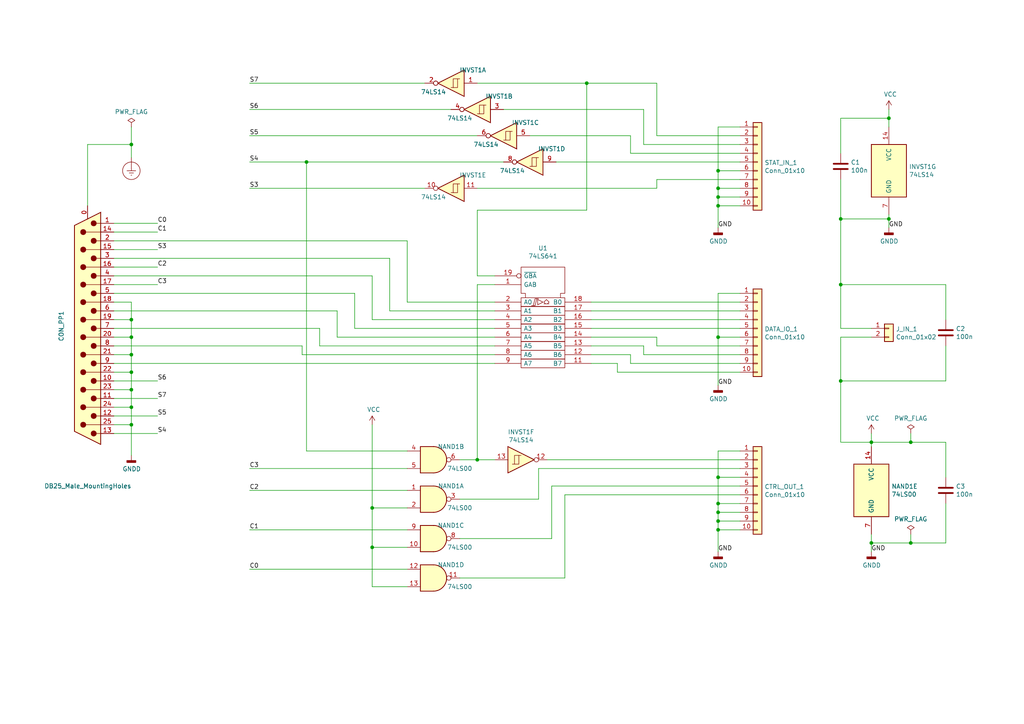
<source format=kicad_sch>
(kicad_sch (version 20211123) (generator eeschema)
  (paper "A4")
  (lib_symbols
    (symbol "74xx:74LS00" (pin_names (offset 1.016))
      (property "Reference" "U" (at 0 1.27 0))
      (property "Value" "74LS00" (at 0 -1.27 0))
      (symbol "74LS00_1_1"
        (arc (start 0 -3.81) (mid 3.81 0) (end 0 3.81) (stroke (width 0.254)) (fill (type background)))
        (polyline (pts (xy 0 3.81) (xy -3.81 3.81) (xy -3.81 -3.81) (xy 0 -3.81)) (stroke (width 0.254)) (fill (type background)))
        (pin input line (at -7.62 2.54 0) (length 3.81) (name "~") (number "1"))
        (pin input line (at -7.62 -2.54 0) (length 3.81) (name "~") (number "2"))
        (pin output inverted (at 7.62 0 180) (length 3.81) (name "~") (number "3"))
      )
      (symbol "74LS00_1_2"
        (arc (start -3.81 -3.81) (mid -2.589 0) (end -3.81 3.81) (stroke (width 0.254)))
        (arc (start -0.6096 -3.81) (mid 2.1842 -2.5851) (end 3.81 0) (stroke (width 0.254)) (fill (type background)))
        (polyline (pts (xy -3.81 -3.81) (xy -0.635 -3.81)) (stroke (width 0.254)) (fill (type background)))
        (polyline (pts (xy -3.81 3.81) (xy -0.635 3.81)) (stroke (width 0.254)) (fill (type background)))
        (polyline (pts (xy -0.635 3.81) (xy -3.81 3.81) (xy -3.81 3.81) (xy -3.556 3.4036) (xy -3.0226 2.2606) (xy -2.6924 1.0414) (xy -2.6162 -0.254) (xy -2.7686 -1.4986) (xy -3.175 -2.7178) (xy -3.81 -3.81) (xy -3.81 -3.81) (xy -0.635 -3.81)) (stroke (width -25.4)) (fill (type background)))
        (arc (start 3.81 0) (mid 2.1915 2.5936) (end -0.6096 3.81) (stroke (width 0.254)) (fill (type background)))
        (pin input inverted (at -7.62 2.54 0) (length 4.318) (name "~") (number "1"))
        (pin input inverted (at -7.62 -2.54 0) (length 4.318) (name "~") (number "2"))
        (pin output line (at 7.62 0 180) (length 3.81) (name "~") (number "3"))
      )
      (symbol "74LS00_2_1"
        (arc (start 0 -3.81) (mid 3.81 0) (end 0 3.81) (stroke (width 0.254)) (fill (type background)))
        (polyline (pts (xy 0 3.81) (xy -3.81 3.81) (xy -3.81 -3.81) (xy 0 -3.81)) (stroke (width 0.254)) (fill (type background)))
        (pin input line (at -7.62 2.54 0) (length 3.81) (name "~") (number "4"))
        (pin input line (at -7.62 -2.54 0) (length 3.81) (name "~") (number "5"))
        (pin output inverted (at 7.62 0 180) (length 3.81) (name "~") (number "6"))
      )
      (symbol "74LS00_2_2"
        (arc (start -3.81 -3.81) (mid -2.589 0) (end -3.81 3.81) (stroke (width 0.254)))
        (arc (start -0.6096 -3.81) (mid 2.1842 -2.5851) (end 3.81 0) (stroke (width 0.254)) (fill (type background)))
        (polyline (pts (xy -3.81 -3.81) (xy -0.635 -3.81)) (stroke (width 0.254)) (fill (type background)))
        (polyline (pts (xy -3.81 3.81) (xy -0.635 3.81)) (stroke (width 0.254)) (fill (type background)))
        (polyline (pts (xy -0.635 3.81) (xy -3.81 3.81) (xy -3.81 3.81) (xy -3.556 3.4036) (xy -3.0226 2.2606) (xy -2.6924 1.0414) (xy -2.6162 -0.254) (xy -2.7686 -1.4986) (xy -3.175 -2.7178) (xy -3.81 -3.81) (xy -3.81 -3.81) (xy -0.635 -3.81)) (stroke (width -25.4)) (fill (type background)))
        (arc (start 3.81 0) (mid 2.1915 2.5936) (end -0.6096 3.81) (stroke (width 0.254)) (fill (type background)))
        (pin input inverted (at -7.62 2.54 0) (length 4.318) (name "~") (number "4"))
        (pin input inverted (at -7.62 -2.54 0) (length 4.318) (name "~") (number "5"))
        (pin output line (at 7.62 0 180) (length 3.81) (name "~") (number "6"))
      )
      (symbol "74LS00_3_1"
        (arc (start 0 -3.81) (mid 3.81 0) (end 0 3.81) (stroke (width 0.254)) (fill (type background)))
        (polyline (pts (xy 0 3.81) (xy -3.81 3.81) (xy -3.81 -3.81) (xy 0 -3.81)) (stroke (width 0.254)) (fill (type background)))
        (pin input line (at -7.62 -2.54 0) (length 3.81) (name "~") (number "10"))
        (pin output inverted (at 7.62 0 180) (length 3.81) (name "~") (number "8"))
        (pin input line (at -7.62 2.54 0) (length 3.81) (name "~") (number "9"))
      )
      (symbol "74LS00_3_2"
        (arc (start -3.81 -3.81) (mid -2.589 0) (end -3.81 3.81) (stroke (width 0.254)))
        (arc (start -0.6096 -3.81) (mid 2.1842 -2.5851) (end 3.81 0) (stroke (width 0.254)) (fill (type background)))
        (polyline (pts (xy -3.81 -3.81) (xy -0.635 -3.81)) (stroke (width 0.254)) (fill (type background)))
        (polyline (pts (xy -3.81 3.81) (xy -0.635 3.81)) (stroke (width 0.254)) (fill (type background)))
        (polyline (pts (xy -0.635 3.81) (xy -3.81 3.81) (xy -3.81 3.81) (xy -3.556 3.4036) (xy -3.0226 2.2606) (xy -2.6924 1.0414) (xy -2.6162 -0.254) (xy -2.7686 -1.4986) (xy -3.175 -2.7178) (xy -3.81 -3.81) (xy -3.81 -3.81) (xy -0.635 -3.81)) (stroke (width -25.4)) (fill (type background)))
        (arc (start 3.81 0) (mid 2.1915 2.5936) (end -0.6096 3.81) (stroke (width 0.254)) (fill (type background)))
        (pin input inverted (at -7.62 -2.54 0) (length 4.318) (name "~") (number "10"))
        (pin output line (at 7.62 0 180) (length 3.81) (name "~") (number "8"))
        (pin input inverted (at -7.62 2.54 0) (length 4.318) (name "~") (number "9"))
      )
      (symbol "74LS00_4_1"
        (arc (start 0 -3.81) (mid 3.81 0) (end 0 3.81) (stroke (width 0.254)) (fill (type background)))
        (polyline (pts (xy 0 3.81) (xy -3.81 3.81) (xy -3.81 -3.81) (xy 0 -3.81)) (stroke (width 0.254)) (fill (type background)))
        (pin output inverted (at 7.62 0 180) (length 3.81) (name "~") (number "11"))
        (pin input line (at -7.62 2.54 0) (length 3.81) (name "~") (number "12"))
        (pin input line (at -7.62 -2.54 0) (length 3.81) (name "~") (number "13"))
      )
      (symbol "74LS00_4_2"
        (arc (start -3.81 -3.81) (mid -2.589 0) (end -3.81 3.81) (stroke (width 0.254)))
        (arc (start -0.6096 -3.81) (mid 2.1842 -2.5851) (end 3.81 0) (stroke (width 0.254)) (fill (type background)))
        (polyline (pts (xy -3.81 -3.81) (xy -0.635 -3.81)) (stroke (width 0.254)) (fill (type background)))
        (polyline (pts (xy -3.81 3.81) (xy -0.635 3.81)) (stroke (width 0.254)) (fill (type background)))
        (polyline (pts (xy -0.635 3.81) (xy -3.81 3.81) (xy -3.81 3.81) (xy -3.556 3.4036) (xy -3.0226 2.2606) (xy -2.6924 1.0414) (xy -2.6162 -0.254) (xy -2.7686 -1.4986) (xy -3.175 -2.7178) (xy -3.81 -3.81) (xy -3.81 -3.81) (xy -0.635 -3.81)) (stroke (width -25.4)) (fill (type background)))
        (arc (start 3.81 0) (mid 2.1915 2.5936) (end -0.6096 3.81) (stroke (width 0.254)) (fill (type background)))
        (pin output line (at 7.62 0 180) (length 3.81) (name "~") (number "11"))
        (pin input inverted (at -7.62 2.54 0) (length 4.318) (name "~") (number "12"))
        (pin input inverted (at -7.62 -2.54 0) (length 4.318) (name "~") (number "13"))
      )
      (symbol "74LS00_5_0"
        (pin power_in line (at 0 12.7 270) (length 5.08) (name "VCC") (number "14"))
        (pin power_in line (at 0 -12.7 90) (length 5.08) (name "GND") (number "7"))
      )
      (symbol "74LS00_5_1"
        (rectangle (start -5.08 7.62) (end 5.08 -7.62) (stroke (width 0.254)) (fill (type background)))
      )
    )
    (symbol "74xx:74LS14" (pin_names (offset 1.016))
      (property "Reference" "U" (at 0 1.27 0))
      (property "Value" "74LS14" (at 0 -1.27 0))
      (symbol "74LS14_1_0"
        (polyline (pts (xy -3.81 3.81) (xy -3.81 -3.81) (xy 3.81 0) (xy -3.81 3.81)) (stroke (width 0.254)) (fill (type background)))
        (pin input line (at -7.62 0 0) (length 3.81) (name "~") (number "1"))
        (pin output inverted (at 7.62 0 180) (length 3.81) (name "~") (number "2"))
      )
      (symbol "74LS14_1_1"
        (polyline (pts (xy -1.905 -1.27) (xy -1.905 1.27) (xy -0.635 1.27)))
        (polyline (pts (xy -2.54 -1.27) (xy -0.635 -1.27) (xy -0.635 1.27) (xy 0 1.27)))
      )
      (symbol "74LS14_2_0"
        (polyline (pts (xy -3.81 3.81) (xy -3.81 -3.81) (xy 3.81 0) (xy -3.81 3.81)) (stroke (width 0.254)) (fill (type background)))
        (pin input line (at -7.62 0 0) (length 3.81) (name "~") (number "3"))
        (pin output inverted (at 7.62 0 180) (length 3.81) (name "~") (number "4"))
      )
      (symbol "74LS14_2_1"
        (polyline (pts (xy -1.905 -1.27) (xy -1.905 1.27) (xy -0.635 1.27)))
        (polyline (pts (xy -2.54 -1.27) (xy -0.635 -1.27) (xy -0.635 1.27) (xy 0 1.27)))
      )
      (symbol "74LS14_3_0"
        (polyline (pts (xy -3.81 3.81) (xy -3.81 -3.81) (xy 3.81 0) (xy -3.81 3.81)) (stroke (width 0.254)) (fill (type background)))
        (pin input line (at -7.62 0 0) (length 3.81) (name "~") (number "5"))
        (pin output inverted (at 7.62 0 180) (length 3.81) (name "~") (number "6"))
      )
      (symbol "74LS14_3_1"
        (polyline (pts (xy -1.905 -1.27) (xy -1.905 1.27) (xy -0.635 1.27)))
        (polyline (pts (xy -2.54 -1.27) (xy -0.635 -1.27) (xy -0.635 1.27) (xy 0 1.27)))
      )
      (symbol "74LS14_4_0"
        (polyline (pts (xy -3.81 3.81) (xy -3.81 -3.81) (xy 3.81 0) (xy -3.81 3.81)) (stroke (width 0.254)) (fill (type background)))
        (pin output inverted (at 7.62 0 180) (length 3.81) (name "~") (number "8"))
        (pin input line (at -7.62 0 0) (length 3.81) (name "~") (number "9"))
      )
      (symbol "74LS14_4_1"
        (polyline (pts (xy -1.905 -1.27) (xy -1.905 1.27) (xy -0.635 1.27)))
        (polyline (pts (xy -2.54 -1.27) (xy -0.635 -1.27) (xy -0.635 1.27) (xy 0 1.27)))
      )
      (symbol "74LS14_5_0"
        (polyline (pts (xy -3.81 3.81) (xy -3.81 -3.81) (xy 3.81 0) (xy -3.81 3.81)) (stroke (width 0.254)) (fill (type background)))
        (pin output inverted (at 7.62 0 180) (length 3.81) (name "~") (number "10"))
        (pin input line (at -7.62 0 0) (length 3.81) (name "~") (number "11"))
      )
      (symbol "74LS14_5_1"
        (polyline (pts (xy -1.905 -1.27) (xy -1.905 1.27) (xy -0.635 1.27)))
        (polyline (pts (xy -2.54 -1.27) (xy -0.635 -1.27) (xy -0.635 1.27) (xy 0 1.27)))
      )
      (symbol "74LS14_6_0"
        (polyline (pts (xy -3.81 3.81) (xy -3.81 -3.81) (xy 3.81 0) (xy -3.81 3.81)) (stroke (width 0.254)) (fill (type background)))
        (pin output inverted (at 7.62 0 180) (length 3.81) (name "~") (number "12"))
        (pin input line (at -7.62 0 0) (length 3.81) (name "~") (number "13"))
      )
      (symbol "74LS14_6_1"
        (polyline (pts (xy -1.905 -1.27) (xy -1.905 1.27) (xy -0.635 1.27)))
        (polyline (pts (xy -2.54 -1.27) (xy -0.635 -1.27) (xy -0.635 1.27) (xy 0 1.27)))
      )
      (symbol "74LS14_7_0"
        (pin power_in line (at 0 12.7 270) (length 5.08) (name "VCC") (number "14"))
        (pin power_in line (at 0 -12.7 90) (length 5.08) (name "GND") (number "7"))
      )
      (symbol "74LS14_7_1"
        (rectangle (start -5.08 7.62) (end 5.08 -7.62) (stroke (width 0.254)) (fill (type background)))
      )
    )
    (symbol "74xx_IEEE:74LS641" (pin_names (offset 0.762))
      (property "Reference" "U" (at 7.62 12.7 0))
      (property "Value" "74LS641" (at 2.54 -15.24 0))
      (symbol "74LS641_0_0"
        (polyline (pts (xy -1.524 7.112) (xy -1.524 5.588) (xy 0 6.35) (xy -1.524 7.112) (xy -1.524 7.112)))
        (polyline (pts (xy -3.302 5.334) (xy -2.286 5.334) (xy -1.778 7.366) (xy -1.27 7.366) (xy -2.286 7.366) (xy -2.794 5.334) (xy -2.794 5.334)))
        (polyline (pts (xy 1.016 7.112) (xy 1.778 6.35) (xy 1.27 5.842) (xy 1.778 5.842) (xy 0.254 5.842) (xy 0.762 5.842) (xy 0.254 6.35) (xy 1.016 7.112) (xy 1.016 7.112)))
        (pin power_in line (at 1.27 16.51 270) (length 0) hide (name "GND") (number "10"))
        (pin power_in line (at 5.08 16.51 270) (length 0) hide (name "VCC") (number "20"))
      )
      (symbol "74LS641_0_1"
        (rectangle (start -6.35 -10.16) (end 6.35 -12.7))
        (rectangle (start -6.35 -7.62) (end 6.35 -10.16))
        (rectangle (start -6.35 -5.08) (end 6.35 -7.62))
        (rectangle (start -6.35 -2.54) (end 6.35 -5.08))
        (rectangle (start -6.35 0) (end 6.35 -2.54))
        (rectangle (start -6.35 2.54) (end 6.35 0))
        (rectangle (start -6.35 5.08) (end 6.35 2.54))
        (rectangle (start -6.35 7.62) (end 6.35 5.08))
        (polyline (pts (xy -5.08 7.62) (xy -5.08 8.89) (xy -6.35 8.89) (xy -6.35 16.51) (xy 6.35 16.51) (xy 6.35 8.89) (xy 5.08 8.89) (xy 5.08 7.62) (xy 5.08 7.62)))
      )
      (symbol "74LS641_1_1"
        (pin input line (at -13.97 11.43 0) (length 7.62) (name "GAB") (number "1"))
        (pin tri_state line (at 13.97 -11.43 180) (length 7.62) (name "B7") (number "11"))
        (pin tri_state line (at 13.97 -8.89 180) (length 7.62) (name "B6") (number "12"))
        (pin tri_state line (at 13.97 -6.35 180) (length 7.62) (name "B5") (number "13"))
        (pin tri_state line (at 13.97 -3.81 180) (length 7.62) (name "B4") (number "14"))
        (pin tri_state line (at 13.97 -1.27 180) (length 7.62) (name "B3") (number "15"))
        (pin tri_state line (at 13.97 1.27 180) (length 7.62) (name "B2") (number "16"))
        (pin tri_state line (at 13.97 3.81 180) (length 7.62) (name "B1") (number "17"))
        (pin tri_state line (at 13.97 6.35 180) (length 7.62) (name "B0") (number "18"))
        (pin input inverted (at -13.97 13.97 0) (length 7.62) (name "~{GBA}") (number "19"))
        (pin tri_state line (at -13.97 6.35 0) (length 7.62) (name "A0") (number "2"))
        (pin tri_state line (at -13.97 3.81 0) (length 7.62) (name "A1") (number "3"))
        (pin tri_state line (at -13.97 1.27 0) (length 7.62) (name "A2") (number "4"))
        (pin tri_state line (at -13.97 -1.27 0) (length 7.62) (name "A3") (number "5"))
        (pin tri_state line (at -13.97 -3.81 0) (length 7.62) (name "A4") (number "6"))
        (pin tri_state line (at -13.97 -6.35 0) (length 7.62) (name "A5") (number "7"))
        (pin tri_state line (at -13.97 -8.89 0) (length 7.62) (name "A6") (number "8"))
        (pin tri_state line (at -13.97 -11.43 0) (length 7.62) (name "A7") (number "9"))
      )
    )
    (symbol "Connector:DB25_Male_MountingHoles" (pin_names (offset 1.016) hide)
      (property "Reference" "J" (at 0 36.83 0))
      (property "Value" "DB25_Male_MountingHoles" (at 0 34.925 0))
      (symbol "DB25_Male_MountingHoles_0_1"
        (circle (center -1.778 -30.48) (radius 0.762) (fill (type outline)))
        (circle (center -1.778 -25.4) (radius 0.762) (fill (type outline)))
        (circle (center -1.778 -20.32) (radius 0.762) (fill (type outline)))
        (circle (center -1.778 -15.24) (radius 0.762) (fill (type outline)))
        (circle (center -1.778 -10.16) (radius 0.762) (fill (type outline)))
        (circle (center -1.778 -5.08) (radius 0.762) (fill (type outline)))
        (circle (center -1.778 0) (radius 0.762) (fill (type outline)))
        (circle (center -1.778 5.08) (radius 0.762) (fill (type outline)))
        (circle (center -1.778 10.16) (radius 0.762) (fill (type outline)))
        (circle (center -1.778 15.24) (radius 0.762) (fill (type outline)))
        (circle (center -1.778 20.32) (radius 0.762) (fill (type outline)))
        (circle (center -1.778 25.4) (radius 0.762) (fill (type outline)))
        (circle (center -1.778 30.48) (radius 0.762) (fill (type outline)))
        (polyline (pts (xy -3.81 -30.48) (xy -2.54 -30.48)))
        (polyline (pts (xy -3.81 -27.94) (xy 0.508 -27.94)))
        (polyline (pts (xy -3.81 -25.4) (xy -2.54 -25.4)))
        (polyline (pts (xy -3.81 -22.86) (xy 0.508 -22.86)))
        (polyline (pts (xy -3.81 -20.32) (xy -2.54 -20.32)))
        (polyline (pts (xy -3.81 -17.78) (xy 0.508 -17.78)))
        (polyline (pts (xy -3.81 -15.24) (xy -2.54 -15.24)))
        (polyline (pts (xy -3.81 -12.7) (xy 0.508 -12.7)))
        (polyline (pts (xy -3.81 -10.16) (xy -2.54 -10.16)))
        (polyline (pts (xy -3.81 -7.62) (xy 0.508 -7.62)))
        (polyline (pts (xy -3.81 -5.08) (xy -2.54 -5.08)))
        (polyline (pts (xy -3.81 -2.54) (xy 0.508 -2.54)))
        (polyline (pts (xy -3.81 0) (xy -2.54 0)))
        (polyline (pts (xy -3.81 2.54) (xy 0.508 2.54)))
        (polyline (pts (xy -3.81 5.08) (xy -2.54 5.08)))
        (polyline (pts (xy -3.81 7.62) (xy 0.508 7.62)))
        (polyline (pts (xy -3.81 10.16) (xy -2.54 10.16)))
        (polyline (pts (xy -3.81 12.7) (xy 0.508 12.7)))
        (polyline (pts (xy -3.81 15.24) (xy -2.54 15.24)))
        (polyline (pts (xy -3.81 17.78) (xy 0.508 17.78)))
        (polyline (pts (xy -3.81 20.32) (xy -2.54 20.32)))
        (polyline (pts (xy -3.81 22.86) (xy 0.508 22.86)))
        (polyline (pts (xy -3.81 25.4) (xy -2.54 25.4)))
        (polyline (pts (xy -3.81 27.94) (xy 0.508 27.94)))
        (polyline (pts (xy -3.81 30.48) (xy -2.54 30.48)))
        (polyline (pts (xy -3.81 -33.655) (xy 3.81 -29.845) (xy 3.81 29.845) (xy -3.81 33.655) (xy -3.81 -33.655)) (stroke (width 0.254)) (fill (type background)))
        (circle (center 1.27 -27.94) (radius 0.762) (fill (type outline)))
        (circle (center 1.27 -22.86) (radius 0.762) (fill (type outline)))
        (circle (center 1.27 -17.78) (radius 0.762) (fill (type outline)))
        (circle (center 1.27 -12.7) (radius 0.762) (fill (type outline)))
        (circle (center 1.27 -7.62) (radius 0.762) (fill (type outline)))
        (circle (center 1.27 -2.54) (radius 0.762) (fill (type outline)))
        (circle (center 1.27 2.54) (radius 0.762) (fill (type outline)))
        (circle (center 1.27 7.62) (radius 0.762) (fill (type outline)))
        (circle (center 1.27 12.7) (radius 0.762) (fill (type outline)))
        (circle (center 1.27 17.78) (radius 0.762) (fill (type outline)))
        (circle (center 1.27 22.86) (radius 0.762) (fill (type outline)))
        (circle (center 1.27 27.94) (radius 0.762) (fill (type outline)))
      )
      (symbol "DB25_Male_MountingHoles_1_1"
        (pin passive line (at 0 -35.56 90) (length 3.81) (name "PAD") (number "0"))
        (pin passive line (at -7.62 -30.48 0) (length 3.81) (name "1") (number "1"))
        (pin passive line (at -7.62 15.24 0) (length 3.81) (name "10") (number "10"))
        (pin passive line (at -7.62 20.32 0) (length 3.81) (name "11") (number "11"))
        (pin passive line (at -7.62 25.4 0) (length 3.81) (name "12") (number "12"))
        (pin passive line (at -7.62 30.48 0) (length 3.81) (name "13") (number "13"))
        (pin passive line (at -7.62 -27.94 0) (length 3.81) (name "P14") (number "14"))
        (pin passive line (at -7.62 -22.86 0) (length 3.81) (name "P15") (number "15"))
        (pin passive line (at -7.62 -17.78 0) (length 3.81) (name "P16") (number "16"))
        (pin passive line (at -7.62 -12.7 0) (length 3.81) (name "P17") (number "17"))
        (pin passive line (at -7.62 -7.62 0) (length 3.81) (name "P18") (number "18"))
        (pin passive line (at -7.62 -2.54 0) (length 3.81) (name "P19") (number "19"))
        (pin passive line (at -7.62 -25.4 0) (length 3.81) (name "2") (number "2"))
        (pin passive line (at -7.62 2.54 0) (length 3.81) (name "P20") (number "20"))
        (pin passive line (at -7.62 7.62 0) (length 3.81) (name "P21") (number "21"))
        (pin passive line (at -7.62 12.7 0) (length 3.81) (name "P22") (number "22"))
        (pin passive line (at -7.62 17.78 0) (length 3.81) (name "P23") (number "23"))
        (pin passive line (at -7.62 22.86 0) (length 3.81) (name "P24") (number "24"))
        (pin passive line (at -7.62 27.94 0) (length 3.81) (name "P25") (number "25"))
        (pin passive line (at -7.62 -20.32 0) (length 3.81) (name "3") (number "3"))
        (pin passive line (at -7.62 -15.24 0) (length 3.81) (name "4") (number "4"))
        (pin passive line (at -7.62 -10.16 0) (length 3.81) (name "5") (number "5"))
        (pin passive line (at -7.62 -5.08 0) (length 3.81) (name "6") (number "6"))
        (pin passive line (at -7.62 0 0) (length 3.81) (name "7") (number "7"))
        (pin passive line (at -7.62 5.08 0) (length 3.81) (name "8") (number "8"))
        (pin passive line (at -7.62 10.16 0) (length 3.81) (name "9") (number "9"))
      )
    )
    (symbol "Connector_Generic:Conn_01x02" (pin_names (offset 1.016) hide)
      (property "Reference" "J" (at 0 2.54 0))
      (property "Value" "Conn_01x02" (at 0 -5.08 0))
      (symbol "Conn_01x02_1_1"
        (rectangle (start -1.27 -2.413) (end 0 -2.667) (stroke (width 0.1524)))
        (rectangle (start -1.27 0.127) (end 0 -0.127) (stroke (width 0.1524)))
        (rectangle (start -1.27 1.27) (end 1.27 -3.81) (stroke (width 0.254)) (fill (type background)))
        (pin passive line (at -5.08 0 0) (length 3.81) (name "Pin_1") (number "1"))
        (pin passive line (at -5.08 -2.54 0) (length 3.81) (name "Pin_2") (number "2"))
      )
    )
    (symbol "Connector_Generic:Conn_01x10" (pin_names (offset 1.016) hide)
      (property "Reference" "J" (at 0 12.7 0))
      (property "Value" "Conn_01x10" (at 0 -15.24 0))
      (symbol "Conn_01x10_1_1"
        (rectangle (start -1.27 -12.573) (end 0 -12.827) (stroke (width 0.1524)))
        (rectangle (start -1.27 -10.033) (end 0 -10.287) (stroke (width 0.1524)))
        (rectangle (start -1.27 -7.493) (end 0 -7.747) (stroke (width 0.1524)))
        (rectangle (start -1.27 -4.953) (end 0 -5.207) (stroke (width 0.1524)))
        (rectangle (start -1.27 -2.413) (end 0 -2.667) (stroke (width 0.1524)))
        (rectangle (start -1.27 0.127) (end 0 -0.127) (stroke (width 0.1524)))
        (rectangle (start -1.27 2.667) (end 0 2.413) (stroke (width 0.1524)))
        (rectangle (start -1.27 5.207) (end 0 4.953) (stroke (width 0.1524)))
        (rectangle (start -1.27 7.747) (end 0 7.493) (stroke (width 0.1524)))
        (rectangle (start -1.27 10.287) (end 0 10.033) (stroke (width 0.1524)))
        (rectangle (start -1.27 11.43) (end 1.27 -13.97) (stroke (width 0.254)) (fill (type background)))
        (pin passive line (at -5.08 10.16 0) (length 3.81) (name "Pin_1") (number "1"))
        (pin passive line (at -5.08 -12.7 0) (length 3.81) (name "Pin_10") (number "10"))
        (pin passive line (at -5.08 7.62 0) (length 3.81) (name "Pin_2") (number "2"))
        (pin passive line (at -5.08 5.08 0) (length 3.81) (name "Pin_3") (number "3"))
        (pin passive line (at -5.08 2.54 0) (length 3.81) (name "Pin_4") (number "4"))
        (pin passive line (at -5.08 0 0) (length 3.81) (name "Pin_5") (number "5"))
        (pin passive line (at -5.08 -2.54 0) (length 3.81) (name "Pin_6") (number "6"))
        (pin passive line (at -5.08 -5.08 0) (length 3.81) (name "Pin_7") (number "7"))
        (pin passive line (at -5.08 -7.62 0) (length 3.81) (name "Pin_8") (number "8"))
        (pin passive line (at -5.08 -10.16 0) (length 3.81) (name "Pin_9") (number "9"))
      )
    )
    (symbol "Device:C" (pin_numbers hide) (pin_names (offset 0.254))
      (property "Reference" "C" (at 0.635 2.54 0))
      (property "Value" "C" (at 0.635 -2.54 0))
      (symbol "C_0_1"
        (polyline (pts (xy -2.032 -0.762) (xy 2.032 -0.762)) (stroke (width 0.508)))
        (polyline (pts (xy -2.032 0.762) (xy 2.032 0.762)) (stroke (width 0.508)))
      )
      (symbol "C_1_1"
        (pin passive line (at 0 3.81 270) (length 2.794) (name "~") (number "1"))
        (pin passive line (at 0 -3.81 90) (length 2.794) (name "~") (number "2"))
      )
    )
    (symbol "power:Earth_Protective" (power) (pin_names (offset 0))
      (symbol "Earth_Protective_0_1"
        (circle (center 0 -3.81) (radius 2.54))
        (polyline (pts (xy -0.635 -4.445) (xy 0.635 -4.445)))
        (polyline (pts (xy -0.127 -5.08) (xy 0.127 -5.08)))
        (polyline (pts (xy 0 -3.81) (xy 0 0)))
        (polyline (pts (xy 1.27 -3.81) (xy -1.27 -3.81)))
      )
      (symbol "Earth_Protective_1_1"
        (pin power_in line (at 0 0 270) (length 0) hide (name "Earth_Protective") (number "1"))
      )
    )
    (symbol "power:GNDD" (power) (pin_names (offset 0))
      (property "Value" "GNDD" (at 0 -3.175 0))
      (symbol "GNDD_0_1"
        (rectangle (start -1.27 -1.524) (end 1.27 -2.032) (stroke (width 0.254)) (fill (type outline)))
        (polyline (pts (xy 0 0) (xy 0 -1.524)))
      )
      (symbol "GNDD_1_1"
        (pin power_in line (at 0 0 270) (length 0) hide (name "GNDD") (number "1"))
      )
    )
    (symbol "power:PWR_FLAG" (power) (pin_numbers hide) (pin_names (offset 0) hide)
      (property "Value" "PWR_FLAG" (at 0 3.81 0))
      (symbol "PWR_FLAG_0_0"
        (pin power_out line (at 0 0 90) (length 0) (name "pwr") (number "1"))
      )
      (symbol "PWR_FLAG_0_1"
        (polyline (pts (xy 0 0) (xy 0 1.27) (xy -1.016 1.905) (xy 0 2.54) (xy 1.016 1.905) (xy 0 1.27)))
      )
    )
    (symbol "power:VCC" (power) (pin_names (offset 0))
      (property "Value" "VCC" (at 0 3.81 0))
      (symbol "VCC_0_1"
        (polyline (pts (xy -0.762 1.27) (xy 0 2.54)))
        (polyline (pts (xy 0 0) (xy 0 2.54)))
        (polyline (pts (xy 0 2.54) (xy 0.762 1.27)))
      )
      (symbol "VCC_1_1"
        (pin power_in line (at 0 0 90) (length 0) hide (name "VCC") (number "1"))
      )
    )
  )
  (junction (at 243.84 82.55))
  (junction (at 208.28 146.05))
  (junction (at 138.43 133.35))
  (junction (at 257.81 63.5))
  (junction (at 252.73 128.27))
  (junction (at 208.28 138.43))
  (junction (at 38.1 107.95))
  (junction (at 208.28 57.15))
  (junction (at 38.1 118.11))
  (junction (at 257.81 34.29))
  (junction (at 88.9 46.99))
  (junction (at 38.1 102.87))
  (junction (at 107.95 158.75))
  (junction (at 107.95 147.32))
  (junction (at 208.28 151.13))
  (junction (at 252.73 157.48))
  (junction (at 208.28 153.67))
  (junction (at 38.1 113.03))
  (junction (at 38.1 123.19))
  (junction (at 208.28 49.53))
  (junction (at 264.16 157.48))
  (junction (at 208.28 59.69))
  (junction (at 208.28 97.79))
  (junction (at 38.1 97.79))
  (junction (at 208.28 54.61))
  (junction (at 38.1 41.91))
  (junction (at 208.28 148.59))
  (junction (at 38.1 92.71))
  (junction (at 264.16 128.27))
  (junction (at 243.84 110.49))
  (junction (at 243.84 63.5))
  (junction (at 170.18 24.13))
  (wire (pts (xy 257.81 66.04) (xy 257.81 63.5)))
  (wire (pts (xy 118.11 69.85) (xy 118.11 87.63)))
  (wire (pts (xy 208.28 138.43) (xy 208.28 146.05)))
  (wire (pts (xy 118.11 135.89) (xy 72.39 135.89)))
  (wire (pts (xy 72.39 54.61) (xy 123.19 54.61)))
  (wire (pts (xy 107.95 147.32) (xy 107.95 158.75)))
  (wire (pts (xy 274.32 100.33) (xy 274.32 110.49)))
  (wire (pts (xy 186.69 41.91) (xy 186.69 31.75)))
  (wire (pts (xy 33.02 87.63) (xy 38.1 87.63)))
  (wire (pts (xy 107.95 92.71) (xy 107.95 80.01)))
  (wire (pts (xy 186.69 100.33) (xy 186.69 102.87)))
  (wire (pts (xy 133.35 167.64) (xy 163.83 167.64)))
  (wire (pts (xy 208.28 151.13) (xy 208.28 153.67)))
  (wire (pts (xy 33.02 72.39) (xy 45.72 72.39)))
  (wire (pts (xy 138.43 133.35) (xy 143.51 133.35)))
  (wire (pts (xy 252.73 129.54) (xy 252.73 128.27)))
  (wire (pts (xy 171.45 102.87) (xy 182.88 102.87)))
  (wire (pts (xy 156.21 144.78) (xy 156.21 135.89)))
  (wire (pts (xy 163.83 143.51) (xy 214.63 143.51)))
  (wire (pts (xy 208.28 153.67) (xy 208.28 160.02)))
  (wire (pts (xy 214.63 49.53) (xy 208.28 49.53)))
  (wire (pts (xy 208.28 130.81) (xy 208.28 138.43)))
  (wire (pts (xy 171.45 92.71) (xy 214.63 92.71)))
  (wire (pts (xy 87.63 102.87) (xy 143.51 102.87)))
  (wire (pts (xy 97.79 90.17) (xy 33.02 90.17)))
  (wire (pts (xy 208.28 146.05) (xy 208.28 148.59)))
  (wire (pts (xy 38.1 87.63) (xy 38.1 92.71)))
  (wire (pts (xy 264.16 154.94) (xy 264.16 157.48)))
  (wire (pts (xy 72.39 39.37) (xy 138.43 39.37)))
  (wire (pts (xy 208.28 85.09) (xy 208.28 97.79)))
  (wire (pts (xy 107.95 80.01) (xy 33.02 80.01)))
  (wire (pts (xy 33.02 125.73) (xy 45.72 125.73)))
  (wire (pts (xy 33.02 97.79) (xy 38.1 97.79)))
  (wire (pts (xy 186.69 31.75) (xy 146.05 31.75)))
  (wire (pts (xy 92.71 100.33) (xy 92.71 95.25)))
  (wire (pts (xy 38.1 123.19) (xy 38.1 132.08)))
  (wire (pts (xy 208.28 97.79) (xy 208.28 111.76)))
  (wire (pts (xy 143.51 82.55) (xy 138.43 82.55)))
  (wire (pts (xy 186.69 102.87) (xy 214.63 102.87)))
  (wire (pts (xy 190.5 24.13) (xy 190.5 39.37)))
  (wire (pts (xy 243.84 97.79) (xy 243.84 110.49)))
  (wire (pts (xy 138.43 82.55) (xy 138.43 133.35)))
  (wire (pts (xy 257.81 36.83) (xy 257.81 34.29)))
  (wire (pts (xy 33.02 120.65) (xy 45.72 120.65)))
  (wire (pts (xy 274.32 128.27) (xy 264.16 128.27)))
  (wire (pts (xy 38.1 97.79) (xy 38.1 102.87)))
  (wire (pts (xy 118.11 170.18) (xy 107.95 170.18)))
  (wire (pts (xy 274.32 138.43) (xy 274.32 128.27)))
  (wire (pts (xy 92.71 95.25) (xy 33.02 95.25)))
  (wire (pts (xy 257.81 63.5) (xy 257.81 62.23)))
  (wire (pts (xy 38.1 92.71) (xy 38.1 97.79)))
  (wire (pts (xy 214.63 151.13) (xy 208.28 151.13)))
  (wire (pts (xy 38.1 107.95) (xy 38.1 113.03)))
  (wire (pts (xy 143.51 97.79) (xy 97.79 97.79)))
  (wire (pts (xy 143.51 92.71) (xy 107.95 92.71)))
  (wire (pts (xy 170.18 60.96) (xy 170.18 24.13)))
  (wire (pts (xy 243.84 110.49) (xy 243.84 128.27)))
  (wire (pts (xy 214.63 59.69) (xy 208.28 59.69)))
  (wire (pts (xy 274.32 157.48) (xy 264.16 157.48)))
  (wire (pts (xy 170.18 24.13) (xy 190.5 24.13)))
  (wire (pts (xy 274.32 110.49) (xy 243.84 110.49)))
  (wire (pts (xy 190.5 100.33) (xy 214.63 100.33)))
  (wire (pts (xy 214.63 54.61) (xy 208.28 54.61)))
  (wire (pts (xy 190.5 100.33) (xy 190.5 97.79)))
  (wire (pts (xy 72.39 24.13) (xy 123.19 24.13)))
  (wire (pts (xy 252.73 157.48) (xy 252.73 154.94)))
  (wire (pts (xy 214.63 148.59) (xy 208.28 148.59)))
  (wire (pts (xy 138.43 24.13) (xy 170.18 24.13)))
  (wire (pts (xy 208.28 54.61) (xy 208.28 57.15)))
  (wire (pts (xy 252.73 160.02) (xy 252.73 157.48)))
  (wire (pts (xy 38.1 36.83) (xy 38.1 41.91)))
  (wire (pts (xy 33.02 64.77) (xy 45.72 64.77)))
  (wire (pts (xy 274.32 146.05) (xy 274.32 157.48)))
  (wire (pts (xy 33.02 82.55) (xy 45.72 82.55)))
  (wire (pts (xy 33.02 77.47) (xy 45.72 77.47)))
  (wire (pts (xy 214.63 97.79) (xy 208.28 97.79)))
  (wire (pts (xy 72.39 153.67) (xy 118.11 153.67)))
  (wire (pts (xy 214.63 138.43) (xy 208.28 138.43)))
  (wire (pts (xy 274.32 92.71) (xy 274.32 82.55)))
  (wire (pts (xy 102.87 95.25) (xy 143.51 95.25)))
  (wire (pts (xy 72.39 31.75) (xy 130.81 31.75)))
  (wire (pts (xy 118.11 158.75) (xy 107.95 158.75)))
  (wire (pts (xy 133.35 144.78) (xy 156.21 144.78)))
  (wire (pts (xy 143.51 100.33) (xy 92.71 100.33)))
  (wire (pts (xy 214.63 146.05) (xy 208.28 146.05)))
  (wire (pts (xy 158.75 133.35) (xy 214.63 133.35)))
  (wire (pts (xy 33.02 100.33) (xy 87.63 100.33)))
  (wire (pts (xy 38.1 41.91) (xy 25.4 41.91)))
  (wire (pts (xy 160.02 140.97) (xy 160.02 156.21)))
  (wire (pts (xy 88.9 46.99) (xy 88.9 130.81)))
  (wire (pts (xy 33.02 92.71) (xy 38.1 92.71)))
  (wire (pts (xy 25.4 41.91) (xy 25.4 59.69)))
  (wire (pts (xy 243.84 82.55) (xy 243.84 95.25)))
  (wire (pts (xy 179.07 107.95) (xy 179.07 105.41)))
  (wire (pts (xy 214.63 57.15) (xy 208.28 57.15)))
  (wire (pts (xy 113.03 90.17) (xy 113.03 74.93)))
  (wire (pts (xy 252.73 97.79) (xy 243.84 97.79)))
  (wire (pts (xy 118.11 87.63) (xy 143.51 87.63)))
  (wire (pts (xy 190.5 97.79) (xy 171.45 97.79)))
  (wire (pts (xy 243.84 52.07) (xy 243.84 63.5)))
  (wire (pts (xy 243.84 44.45) (xy 243.84 34.29)))
  (wire (pts (xy 243.84 34.29) (xy 257.81 34.29)))
  (wire (pts (xy 214.63 52.07) (xy 190.5 52.07)))
  (wire (pts (xy 38.1 118.11) (xy 38.1 123.19)))
  (wire (pts (xy 182.88 44.45) (xy 214.63 44.45)))
  (wire (pts (xy 264.16 128.27) (xy 252.73 128.27)))
  (wire (pts (xy 33.02 102.87) (xy 38.1 102.87)))
  (wire (pts (xy 252.73 128.27) (xy 252.73 125.73)))
  (wire (pts (xy 33.02 113.03) (xy 38.1 113.03)))
  (wire (pts (xy 182.88 105.41) (xy 214.63 105.41)))
  (wire (pts (xy 33.02 123.19) (xy 38.1 123.19)))
  (wire (pts (xy 143.51 90.17) (xy 113.03 90.17)))
  (wire (pts (xy 38.1 113.03) (xy 38.1 118.11)))
  (wire (pts (xy 208.28 49.53) (xy 208.28 54.61)))
  (wire (pts (xy 118.11 147.32) (xy 107.95 147.32)))
  (wire (pts (xy 102.87 85.09) (xy 102.87 95.25)))
  (wire (pts (xy 264.16 157.48) (xy 252.73 157.48)))
  (wire (pts (xy 143.51 105.41) (xy 33.02 105.41)))
  (wire (pts (xy 33.02 107.95) (xy 38.1 107.95)))
  (wire (pts (xy 72.39 142.24) (xy 118.11 142.24)))
  (wire (pts (xy 171.45 105.41) (xy 179.07 105.41)))
  (wire (pts (xy 161.29 46.99) (xy 214.63 46.99)))
  (wire (pts (xy 33.02 110.49) (xy 45.72 110.49)))
  (wire (pts (xy 138.43 60.96) (xy 170.18 60.96)))
  (wire (pts (xy 72.39 46.99) (xy 88.9 46.99)))
  (wire (pts (xy 33.02 115.57) (xy 45.72 115.57)))
  (wire (pts (xy 214.63 85.09) (xy 208.28 85.09)))
  (wire (pts (xy 208.28 57.15) (xy 208.28 59.69)))
  (wire (pts (xy 264.16 125.73) (xy 264.16 128.27)))
  (wire (pts (xy 257.81 34.29) (xy 257.81 31.75)))
  (wire (pts (xy 72.39 165.1) (xy 118.11 165.1)))
  (wire (pts (xy 38.1 45.72) (xy 38.1 41.91)))
  (wire (pts (xy 243.84 95.25) (xy 252.73 95.25)))
  (wire (pts (xy 171.45 90.17) (xy 214.63 90.17)))
  (wire (pts (xy 182.88 39.37) (xy 182.88 44.45)))
  (wire (pts (xy 208.28 36.83) (xy 208.28 49.53)))
  (wire (pts (xy 214.63 153.67) (xy 208.28 153.67)))
  (wire (pts (xy 33.02 85.09) (xy 102.87 85.09)))
  (wire (pts (xy 214.63 107.95) (xy 179.07 107.95)))
  (wire (pts (xy 171.45 95.25) (xy 214.63 95.25)))
  (wire (pts (xy 97.79 97.79) (xy 97.79 90.17)))
  (wire (pts (xy 38.1 102.87) (xy 38.1 107.95)))
  (wire (pts (xy 208.28 59.69) (xy 208.28 66.04)))
  (wire (pts (xy 190.5 54.61) (xy 138.43 54.61)))
  (wire (pts (xy 190.5 39.37) (xy 214.63 39.37)))
  (wire (pts (xy 171.45 87.63) (xy 214.63 87.63)))
  (wire (pts (xy 107.95 147.32) (xy 107.95 123.19)))
  (wire (pts (xy 243.84 63.5) (xy 243.84 82.55)))
  (wire (pts (xy 107.95 170.18) (xy 107.95 158.75)))
  (wire (pts (xy 138.43 80.01) (xy 138.43 60.96)))
  (wire (pts (xy 182.88 102.87) (xy 182.88 105.41)))
  (wire (pts (xy 214.63 130.81) (xy 208.28 130.81)))
  (wire (pts (xy 243.84 63.5) (xy 257.81 63.5)))
  (wire (pts (xy 160.02 156.21) (xy 133.35 156.21)))
  (wire (pts (xy 274.32 82.55) (xy 243.84 82.55)))
  (wire (pts (xy 87.63 100.33) (xy 87.63 102.87)))
  (wire (pts (xy 190.5 52.07) (xy 190.5 54.61)))
  (wire (pts (xy 243.84 128.27) (xy 252.73 128.27)))
  (wire (pts (xy 88.9 130.81) (xy 118.11 130.81)))
  (wire (pts (xy 214.63 140.97) (xy 160.02 140.97)))
  (wire (pts (xy 33.02 118.11) (xy 38.1 118.11)))
  (wire (pts (xy 214.63 36.83) (xy 208.28 36.83)))
  (wire (pts (xy 208.28 148.59) (xy 208.28 151.13)))
  (wire (pts (xy 156.21 135.89) (xy 214.63 135.89)))
  (wire (pts (xy 133.35 133.35) (xy 138.43 133.35)))
  (wire (pts (xy 88.9 46.99) (xy 146.05 46.99)))
  (wire (pts (xy 33.02 67.31) (xy 45.72 67.31)))
  (wire (pts (xy 171.45 100.33) (xy 186.69 100.33)))
  (wire (pts (xy 143.51 80.01) (xy 138.43 80.01)))
  (wire (pts (xy 113.03 74.93) (xy 33.02 74.93)))
  (wire (pts (xy 214.63 41.91) (xy 186.69 41.91)))
  (wire (pts (xy 163.83 167.64) (xy 163.83 143.51)))
  (wire (pts (xy 33.02 69.85) (xy 118.11 69.85)))
  (wire (pts (xy 153.67 39.37) (xy 182.88 39.37)))
  (label "S6" (at 45.72 110.49 0))
  (label "GND" (at 257.81 66.04 0))
  (label "C1" (at 45.72 67.31 0))
  (label "GND" (at 208.28 111.76 0))
  (label "C3" (at 72.39 135.89 0))
  (label "S4" (at 45.72 125.73 0))
  (label "S7" (at 45.72 115.57 0))
  (label "S5" (at 45.72 120.65 0))
  (label "S3" (at 72.39 54.61 0))
  (label "S5" (at 72.39 39.37 0))
  (label "GND" (at 252.73 160.02 0))
  (label "S6" (at 72.39 31.75 0))
  (label "GND" (at 208.28 66.04 0))
  (label "C2" (at 72.39 142.24 0))
  (label "S3" (at 45.72 72.39 0))
  (label "C1" (at 72.39 153.67 0))
  (label "C2" (at 45.72 77.47 0))
  (label "S4" (at 72.39 46.99 0))
  (label "C0" (at 72.39 165.1 0))
  (label "GND" (at 208.28 160.02 0))
  (label "C3" (at 45.72 82.55 0))
  (label "S7" (at 72.39 24.13 0))
  (label "C0" (at 45.72 64.77 0))
  (symbol (lib_id "74xx:74LS14") (at 130.81 24.13 180) (unit 1)
    (property "Reference" "INVST1" (at 137.16 20.32 0))
    (property "Value" "74LS14" (at 125.73 26.67 0))
    (property "Footprint" "Package_DIP:DIP-14_W7.62mm" (effects hide))
    (property "Datasheet" "http://www.ti.com/lit/gpn/sn74LS14" (effects hide))
  )
  (symbol (lib_id "74xx:74LS14") (at 138.43 31.75 180) (unit 2)
    (property "Reference" "INVST1" (at 144.78 27.94 0))
    (property "Value" "74LS14" (at 133.35 34.29 0))
    (property "Footprint" "Package_DIP:DIP-14_W7.62mm" (effects hide))
    (property "Datasheet" "http://www.ti.com/lit/gpn/sn74LS14" (effects hide))
  )
  (symbol (lib_id "74xx:74LS14") (at 146.05 39.37 180) (unit 3)
    (property "Reference" "INVST1" (at 152.4 35.56 0))
    (property "Value" "74LS14" (at 140.97 41.91 0))
    (property "Footprint" "Package_DIP:DIP-14_W7.62mm" (effects hide))
    (property "Datasheet" "http://www.ti.com/lit/gpn/sn74LS14" (effects hide))
  )
  (symbol (lib_id "74xx:74LS14") (at 153.67 46.99 180) (unit 4)
    (property "Reference" "INVST1" (at 160.02 43.18 0))
    (property "Value" "74LS14" (at 148.59 49.53 0))
    (property "Footprint" "Package_DIP:DIP-14_W7.62mm" (effects hide))
    (property "Datasheet" "http://www.ti.com/lit/gpn/sn74LS14" (effects hide))
  )
  (symbol (lib_id "74xx:74LS14") (at 130.81 54.61 180) (unit 5)
    (property "Reference" "INVST1" (at 137.16 50.8 0))
    (property "Value" "74LS14" (at 125.73 57.15 0))
    (property "Footprint" "Package_DIP:DIP-14_W7.62mm" (effects hide))
    (property "Datasheet" "http://www.ti.com/lit/gpn/sn74LS14" (effects hide))
  )
  (symbol (lib_id "74xx:74LS14") (at 151.13 133.35 0) (unit 6)
    (property "Reference" "INVST1" (at 151.13 125.2982 0))
    (property "Value" "74LS14" (at 151.13 127.6096 0))
    (property "Footprint" "Package_DIP:DIP-14_W7.62mm" (effects hide))
    (property "Datasheet" "http://www.ti.com/lit/gpn/sn74LS14" (effects hide))
  )
  (symbol (lib_id "74xx:74LS14") (at 257.81 49.53 0) (unit 7)
    (property "Reference" "INVST1" (at 263.652 48.3616 0) (effects (justify left)))
    (property "Value" "74LS14" (at 263.652 50.673 0) (effects (justify left)))
    (property "Footprint" "Package_DIP:DIP-14_W7.62mm" (effects hide))
    (property "Datasheet" "http://www.ti.com/lit/gpn/sn74LS14" (effects hide))
  )
  (symbol (lib_id "74xx:74LS00") (at 125.73 133.35 0) (unit 2)
    (property "Reference" "NAND1" (at 130.81 129.54 0))
    (property "Value" "74LS00" (at 133.35 135.89 0))
    (property "Footprint" "Package_DIP:DIP-14_W7.62mm" (effects hide))
    (property "Datasheet" "http://www.ti.com/lit/gpn/sn74ls00" (effects hide))
  )
  (symbol (lib_id "74xx:74LS00") (at 125.73 144.78 0) (unit 1)
    (property "Reference" "NAND1" (at 130.81 140.97 0))
    (property "Value" "74LS00" (at 133.35 147.32 0))
    (property "Footprint" "Package_DIP:DIP-14_W7.62mm" (effects hide))
    (property "Datasheet" "http://www.ti.com/lit/gpn/sn74ls00" (effects hide))
  )
  (symbol (lib_id "74xx:74LS00") (at 125.73 156.21 0) (unit 3)
    (property "Reference" "NAND1" (at 130.81 152.4 0))
    (property "Value" "74LS00" (at 133.35 158.75 0))
    (property "Footprint" "Package_DIP:DIP-14_W7.62mm" (effects hide))
    (property "Datasheet" "http://www.ti.com/lit/gpn/sn74ls00" (effects hide))
  )
  (symbol (lib_id "74xx:74LS00") (at 125.73 167.64 0) (unit 4)
    (property "Reference" "NAND1" (at 130.81 163.83 0))
    (property "Value" "74LS00" (at 133.35 170.18 0))
    (property "Footprint" "Package_DIP:DIP-14_W7.62mm" (effects hide))
    (property "Datasheet" "http://www.ti.com/lit/gpn/sn74ls00" (effects hide))
  )
  (symbol (lib_id "74xx:74LS00") (at 252.73 142.24 0) (unit 5)
    (property "Reference" "NAND1" (at 258.572 141.0716 0) (effects (justify left)))
    (property "Value" "74LS00" (at 258.572 143.383 0) (effects (justify left)))
    (property "Footprint" "Package_DIP:DIP-14_W7.62mm" (effects hide))
    (property "Datasheet" "http://www.ti.com/lit/gpn/sn74ls00" (effects hide))
  )
  (symbol (lib_id "Connector_Generic:Conn_01x02") (at 257.81 95.25 0) (unit 1)
    (property "Reference" "J_IN_1" (at 259.842 95.4532 0) (effects (justify left)))
    (property "Value" "Conn_01x02" (at 259.842 97.7646 0) (effects (justify left)))
    (property "Footprint" "Connector_PinHeader_1.00mm:PinHeader_1x02_P1.00mm_Vertical" (effects hide))
  )
  (symbol (lib_id "Connector_Generic:Conn_01x10") (at 219.71 46.99 0) (unit 1)
    (property "Reference" "STAT_IN_1" (at 221.742 47.1932 0) (effects (justify left)))
    (property "Value" "Conn_01x10" (at 221.742 49.5046 0) (effects (justify left)))
    (property "Footprint" "Connector_PinHeader_1.00mm:PinHeader_1x10_P1.00mm_Vertical" (effects hide))
  )
  (symbol (lib_id "Connector_Generic:Conn_01x10") (at 219.71 95.25 0) (unit 1)
    (property "Reference" "DATA_IO_1" (at 221.742 95.4532 0) (effects (justify left)))
    (property "Value" "Conn_01x10" (at 221.742 97.7646 0) (effects (justify left)))
    (property "Footprint" "Connector_PinHeader_1.00mm:PinHeader_1x10_P1.00mm_Vertical" (effects hide))
  )
  (symbol (lib_id "power:GNDD") (at 208.28 111.76 0) (unit 1)
    (property "Reference" "#PWR0103" (effects hide))
    (property "Value" "GNDD" (at 208.3816 115.697 0))
  )
  (symbol (lib_id "power:PWR_FLAG") (at 264.16 154.94 0) (unit 1)
    (property "Reference" "#FLG0101" (effects hide))
    (property "Value" "PWR_FLAG" (at 264.16 150.5458 0))
  )
  (symbol (lib_id "power:PWR_FLAG") (at 264.16 125.73 0) (unit 1)
    (property "Reference" "#FLG0102" (effects hide))
    (property "Value" "PWR_FLAG" (at 264.16 121.3358 0))
  )
  (symbol (lib_id "power:GNDD") (at 208.28 66.04 0) (unit 1)
    (property "Reference" "#PWR0104" (effects hide))
    (property "Value" "GNDD" (at 208.3816 69.977 0))
  )
  (symbol (lib_id "Device:C") (at 243.84 48.26 0) (unit 1)
    (property "Reference" "C1" (at 246.761 47.0916 0) (effects (justify left)))
    (property "Value" "100n" (at 246.761 49.403 0) (effects (justify left)))
    (property "Footprint" "Capacitor_THT:C_Disc_D7.0mm_W2.5mm_P5.00mm" (effects hide))
  )
  (symbol (lib_id "Connector:DB25_Male_MountingHoles") (at 25.4 95.25 180) (unit 1)
    (property "Reference" "CON_PP1" (at 17.78 90.17 90) (effects (justify left)))
    (property "Value" "DB25_Male_MountingHoles" (at 38.1 140.97 0) (effects (justify left)))
    (property "Footprint" "Connector_Dsub:DSUB-25_Male_Horizontal_P2.77x2.84mm_EdgePinOffset4.94mm_Housed_MountingHolesOffset7.48mm" (effects hide))
    (property "Datasheet" " ~" (effects hide))
  )
  (symbol (lib_id "Device:C") (at 274.32 142.24 0) (unit 1)
    (property "Reference" "C3" (at 277.241 141.0716 0) (effects (justify left)))
    (property "Value" "100n" (at 277.241 143.383 0) (effects (justify left)))
    (property "Footprint" "Capacitor_THT:C_Disc_D7.0mm_W2.5mm_P5.00mm" (effects hide))
  )
  (symbol (lib_id "Device:C") (at 274.32 96.52 0) (unit 1)
    (property "Reference" "C2" (at 277.241 95.3516 0) (effects (justify left)))
    (property "Value" "100n" (at 277.241 97.663 0) (effects (justify left)))
    (property "Footprint" "Capacitor_THT:C_Disc_D7.0mm_W2.5mm_P5.00mm" (effects hide))
  )
  (symbol (lib_id "power:VCC") (at 107.95 123.19 0) (unit 1)
    (property "Reference" "#PWR0105" (effects hide))
    (property "Value" "VCC" (at 108.3818 118.7958 0))
  )
  (symbol (lib_id "power:GNDD") (at 38.1 132.08 0) (unit 1)
    (property "Reference" "#GND0101" (effects hide))
    (property "Value" "GNDD" (at 38.2016 136.017 0))
  )
  (symbol (lib_id "Connector_Generic:Conn_01x10") (at 219.71 140.97 0) (unit 1)
    (property "Reference" "CTRL_OUT_1" (at 221.742 141.1732 0) (effects (justify left)))
    (property "Value" "Conn_01x10" (at 221.742 143.4846 0) (effects (justify left)))
    (property "Footprint" "Connector_PinHeader_1.00mm:PinHeader_1x10_P1.00mm_Vertical" (effects hide))
  )
  (symbol (lib_id "power:Earth_Protective") (at 38.1 45.72 0) (unit 1)
    (property "Reference" "#PWR0101" (effects hide))
    (property "Value" "Earth_Protective" (effects hide))
  )
  (symbol (lib_id "power:GNDD") (at 208.28 160.02 0) (unit 1)
    (property "Reference" "#GND0102" (effects hide))
    (property "Value" "GNDD" (at 208.3816 163.957 0))
  )
  (symbol (lib_id "power:PWR_FLAG") (at 38.1 36.83 0) (unit 1)
    (property "Reference" "#FLG0103" (effects hide))
    (property "Value" "PWR_FLAG" (at 38.1 32.4358 0))
  )
  (symbol (lib_id "power:GNDD") (at 252.73 160.02 0) (unit 1)
    (property "Reference" "#PWR0108" (effects hide))
    (property "Value" "GNDD" (at 252.8316 163.957 0))
  )
  (symbol (lib_id "power:VCC") (at 252.73 125.73 0) (unit 1)
    (property "Reference" "#PWR0109" (effects hide))
    (property "Value" "VCC" (at 253.1618 121.3358 0))
  )
  (symbol (lib_id "power:GNDD") (at 257.81 66.04 0) (unit 1)
    (property "Reference" "#PWR0110" (effects hide))
    (property "Value" "GNDD" (at 257.9116 69.977 0))
  )
  (symbol (lib_id "power:VCC") (at 257.81 31.75 0) (unit 1)
    (property "Reference" "#PWR0111" (effects hide))
    (property "Value" "VCC" (at 258.2418 27.3558 0))
  )
  (symbol (lib_id "74xx_IEEE:74LS641") (at 157.48 93.98 0) (unit 1)
    (property "Reference" "U1" (at 157.48 71.9836 0))
    (property "Value" "74LS641" (at 157.48 74.295 0))
    (property "Footprint" "Package_DIP:DIP-20_W7.62mm" (effects hide))
  )
)
</source>
